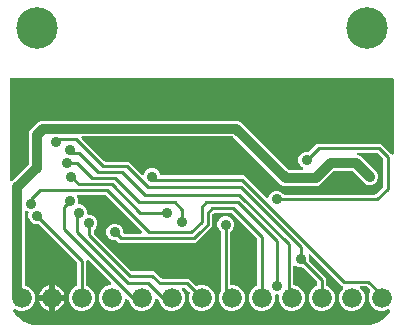
<source format=gbr>
G04 EAGLE Gerber RS-274X export*
G75*
%MOMM*%
%FSLAX34Y34*%
%LPD*%
%INBottom Copper*%
%IPPOS*%
%AMOC8*
5,1,8,0,0,1.08239X$1,22.5*%
G01*
%ADD10C,3.516000*%
%ADD11C,1.676400*%
%ADD12C,0.906400*%
%ADD13C,0.254000*%
%ADD14C,0.812800*%

G36*
X3868Y124177D02*
X3868Y124177D01*
X4007Y124182D01*
X4027Y124187D01*
X4047Y124189D01*
X4179Y124231D01*
X4313Y124270D01*
X4330Y124280D01*
X4349Y124287D01*
X4467Y124361D01*
X4587Y124432D01*
X4608Y124450D01*
X4618Y124457D01*
X4632Y124472D01*
X4707Y124538D01*
X18424Y138254D01*
X18484Y138332D01*
X18552Y138404D01*
X18581Y138457D01*
X18618Y138505D01*
X18658Y138596D01*
X18706Y138683D01*
X18721Y138741D01*
X18745Y138797D01*
X18760Y138895D01*
X18785Y138991D01*
X18791Y139091D01*
X18795Y139111D01*
X18793Y139124D01*
X18795Y139152D01*
X18795Y165144D01*
X19801Y167571D01*
X26739Y174509D01*
X29166Y175515D01*
X195624Y175515D01*
X198051Y174509D01*
X238584Y133976D01*
X238662Y133916D01*
X238734Y133848D01*
X238787Y133819D01*
X238835Y133782D01*
X238926Y133742D01*
X239013Y133694D01*
X239071Y133679D01*
X239127Y133655D01*
X239225Y133640D01*
X239321Y133615D01*
X239421Y133609D01*
X239441Y133605D01*
X239454Y133607D01*
X239482Y133605D01*
X249985Y133605D01*
X250054Y133613D01*
X250124Y133612D01*
X250211Y133633D01*
X250300Y133645D01*
X250365Y133670D01*
X250433Y133687D01*
X250512Y133729D01*
X250596Y133762D01*
X250652Y133803D01*
X250714Y133835D01*
X250780Y133896D01*
X250853Y133948D01*
X250898Y134002D01*
X250949Y134049D01*
X250999Y134124D01*
X251056Y134193D01*
X251086Y134257D01*
X251124Y134315D01*
X251153Y134400D01*
X251191Y134481D01*
X251205Y134550D01*
X251227Y134616D01*
X251234Y134705D01*
X251251Y134793D01*
X251247Y134863D01*
X251252Y134933D01*
X251237Y135021D01*
X251231Y135111D01*
X251210Y135177D01*
X251198Y135246D01*
X251161Y135328D01*
X251133Y135413D01*
X251096Y135472D01*
X251067Y135536D01*
X251011Y135606D01*
X250963Y135682D01*
X250912Y135730D01*
X250869Y135784D01*
X250797Y135838D01*
X250732Y135900D01*
X250670Y135934D01*
X250615Y135976D01*
X250470Y136047D01*
X249994Y136244D01*
X248004Y138234D01*
X246927Y140833D01*
X246927Y143647D01*
X248004Y146246D01*
X249994Y148236D01*
X252593Y149313D01*
X255158Y149313D01*
X255256Y149325D01*
X255355Y149328D01*
X255413Y149345D01*
X255473Y149353D01*
X255565Y149389D01*
X255661Y149417D01*
X255713Y149447D01*
X255769Y149470D01*
X255849Y149528D01*
X255934Y149578D01*
X256010Y149644D01*
X256026Y149656D01*
X256034Y149666D01*
X256055Y149684D01*
X262582Y156211D01*
X316538Y156211D01*
X325493Y147257D01*
X325602Y147171D01*
X325709Y147083D01*
X325728Y147074D01*
X325744Y147062D01*
X325872Y147006D01*
X325997Y146947D01*
X326017Y146943D01*
X326036Y146935D01*
X326174Y146913D01*
X326310Y146887D01*
X326330Y146889D01*
X326350Y146886D01*
X326489Y146899D01*
X326627Y146907D01*
X326646Y146913D01*
X326666Y146915D01*
X326798Y146963D01*
X326929Y147005D01*
X326947Y147016D01*
X326966Y147023D01*
X327081Y147101D01*
X327198Y147175D01*
X327212Y147190D01*
X327229Y147202D01*
X327321Y147306D01*
X327416Y147407D01*
X327426Y147425D01*
X327439Y147440D01*
X327503Y147564D01*
X327570Y147686D01*
X327575Y147705D01*
X327584Y147723D01*
X327614Y147859D01*
X327649Y147993D01*
X327651Y148022D01*
X327654Y148033D01*
X327653Y148054D01*
X327659Y148154D01*
X327659Y210820D01*
X327644Y210938D01*
X327637Y211057D01*
X327624Y211095D01*
X327619Y211136D01*
X327576Y211246D01*
X327539Y211359D01*
X327517Y211394D01*
X327502Y211431D01*
X327433Y211527D01*
X327369Y211628D01*
X327339Y211656D01*
X327316Y211689D01*
X327224Y211765D01*
X327137Y211846D01*
X327102Y211866D01*
X327071Y211891D01*
X326963Y211942D01*
X326859Y212000D01*
X326819Y212010D01*
X326783Y212027D01*
X326666Y212049D01*
X326551Y212079D01*
X326491Y212083D01*
X326471Y212087D01*
X326450Y212085D01*
X326390Y212089D01*
X3810Y212089D01*
X3692Y212074D01*
X3573Y212067D01*
X3535Y212054D01*
X3494Y212049D01*
X3384Y212006D01*
X3271Y211969D01*
X3236Y211947D01*
X3199Y211932D01*
X3103Y211863D01*
X3002Y211799D01*
X2974Y211769D01*
X2941Y211746D01*
X2865Y211654D01*
X2784Y211567D01*
X2764Y211532D01*
X2739Y211501D01*
X2688Y211393D01*
X2630Y211289D01*
X2620Y211249D01*
X2603Y211213D01*
X2581Y211096D01*
X2551Y210981D01*
X2547Y210921D01*
X2543Y210901D01*
X2545Y210880D01*
X2541Y210820D01*
X2541Y125435D01*
X2558Y125298D01*
X2571Y125159D01*
X2578Y125140D01*
X2581Y125120D01*
X2632Y124991D01*
X2679Y124860D01*
X2690Y124843D01*
X2698Y124824D01*
X2779Y124712D01*
X2857Y124597D01*
X2873Y124583D01*
X2884Y124567D01*
X2992Y124478D01*
X3096Y124386D01*
X3114Y124377D01*
X3129Y124364D01*
X3255Y124305D01*
X3379Y124242D01*
X3399Y124237D01*
X3417Y124229D01*
X3553Y124202D01*
X3689Y124172D01*
X3710Y124173D01*
X3729Y124169D01*
X3868Y124177D01*
G37*
G36*
X304822Y2543D02*
X304822Y2543D01*
X304900Y2545D01*
X308277Y2810D01*
X308345Y2824D01*
X308414Y2829D01*
X308570Y2869D01*
X314994Y4956D01*
X315101Y5006D01*
X315212Y5050D01*
X315263Y5083D01*
X315282Y5091D01*
X315297Y5104D01*
X315348Y5136D01*
X320812Y9107D01*
X320899Y9188D01*
X320946Y9227D01*
X320952Y9231D01*
X320953Y9232D01*
X320991Y9264D01*
X321029Y9310D01*
X321044Y9324D01*
X321055Y9342D01*
X321093Y9388D01*
X324349Y13869D01*
X324412Y13982D01*
X324479Y14093D01*
X324488Y14121D01*
X324503Y14148D01*
X324535Y14273D01*
X324573Y14397D01*
X324574Y14427D01*
X324582Y14456D01*
X324582Y14585D01*
X324588Y14714D01*
X324582Y14744D01*
X324582Y14774D01*
X324550Y14899D01*
X324524Y15026D01*
X324510Y15053D01*
X324503Y15082D01*
X324441Y15195D01*
X324384Y15311D01*
X324364Y15334D01*
X324350Y15361D01*
X324261Y15455D01*
X324178Y15553D01*
X324153Y15571D01*
X324132Y15593D01*
X324023Y15662D01*
X323918Y15736D01*
X323889Y15747D01*
X323864Y15763D01*
X323741Y15803D01*
X323620Y15849D01*
X323590Y15853D01*
X323562Y15862D01*
X323433Y15870D01*
X323304Y15884D01*
X323274Y15880D01*
X323244Y15882D01*
X323117Y15858D01*
X322989Y15840D01*
X322948Y15826D01*
X322932Y15823D01*
X322912Y15814D01*
X322837Y15788D01*
X319673Y14477D01*
X315327Y14477D01*
X311313Y16140D01*
X308240Y19213D01*
X306577Y23227D01*
X306577Y27573D01*
X307981Y30962D01*
X307989Y30990D01*
X308002Y31016D01*
X308031Y31143D01*
X308065Y31268D01*
X308065Y31298D01*
X308072Y31327D01*
X308068Y31457D01*
X308070Y31586D01*
X308063Y31615D01*
X308062Y31645D01*
X308026Y31769D01*
X307996Y31896D01*
X307982Y31922D01*
X307974Y31950D01*
X307908Y32062D01*
X307847Y32177D01*
X307827Y32199D01*
X307812Y32224D01*
X307706Y32345D01*
X304863Y35188D01*
X304785Y35248D01*
X304713Y35316D01*
X304660Y35345D01*
X304612Y35382D01*
X304521Y35422D01*
X304434Y35470D01*
X304376Y35485D01*
X304320Y35509D01*
X304222Y35524D01*
X304126Y35549D01*
X304026Y35555D01*
X304006Y35559D01*
X303994Y35557D01*
X303966Y35559D01*
X300452Y35559D01*
X300315Y35542D01*
X300176Y35529D01*
X300157Y35522D01*
X300136Y35519D01*
X300008Y35468D01*
X299876Y35421D01*
X299860Y35410D01*
X299841Y35402D01*
X299728Y35321D01*
X299613Y35243D01*
X299600Y35227D01*
X299583Y35216D01*
X299495Y35108D01*
X299403Y35004D01*
X299394Y34986D01*
X299381Y34971D01*
X299321Y34845D01*
X299258Y34721D01*
X299254Y34701D01*
X299245Y34683D01*
X299219Y34546D01*
X299189Y34411D01*
X299189Y34390D01*
X299185Y34371D01*
X299194Y34232D01*
X299198Y34093D01*
X299204Y34073D01*
X299205Y34053D01*
X299248Y33921D01*
X299287Y33787D01*
X299297Y33770D01*
X299303Y33751D01*
X299378Y33633D01*
X299448Y33513D01*
X299467Y33492D01*
X299473Y33482D01*
X299488Y33468D01*
X299490Y33465D01*
X299491Y33464D01*
X299494Y33462D01*
X299555Y33393D01*
X301360Y31587D01*
X303023Y27573D01*
X303023Y23227D01*
X301360Y19213D01*
X298287Y16140D01*
X294273Y14477D01*
X289927Y14477D01*
X285913Y16140D01*
X282840Y19213D01*
X281177Y23227D01*
X281177Y27573D01*
X282840Y31587D01*
X284645Y33393D01*
X284731Y33502D01*
X284819Y33609D01*
X284828Y33628D01*
X284840Y33644D01*
X284896Y33772D01*
X284955Y33897D01*
X284959Y33917D01*
X284967Y33936D01*
X284989Y34074D01*
X285015Y34210D01*
X285013Y34230D01*
X285017Y34250D01*
X285004Y34389D01*
X284995Y34527D01*
X284989Y34546D01*
X284987Y34566D01*
X284940Y34698D01*
X284897Y34829D01*
X284886Y34847D01*
X284879Y34866D01*
X284801Y34981D01*
X284727Y35098D01*
X284712Y35112D01*
X284701Y35129D01*
X284596Y35221D01*
X284495Y35316D01*
X284477Y35326D01*
X284462Y35339D01*
X284338Y35403D01*
X284316Y35415D01*
X257739Y61992D01*
X257684Y62035D01*
X257635Y62085D01*
X257559Y62132D01*
X257488Y62187D01*
X257424Y62214D01*
X257364Y62251D01*
X257279Y62277D01*
X257196Y62313D01*
X257127Y62324D01*
X257060Y62345D01*
X256971Y62349D01*
X256882Y62363D01*
X256812Y62356D01*
X256743Y62360D01*
X256655Y62342D01*
X256565Y62333D01*
X256499Y62309D01*
X256431Y62295D01*
X256351Y62256D01*
X256266Y62225D01*
X256208Y62186D01*
X256146Y62156D01*
X256077Y62097D01*
X256003Y62047D01*
X255957Y61995D01*
X255904Y61949D01*
X255852Y61876D01*
X255792Y61808D01*
X255761Y61746D01*
X255720Y61689D01*
X255689Y61605D01*
X255648Y61525D01*
X255632Y61457D01*
X255608Y61392D01*
X255598Y61303D01*
X255578Y61215D01*
X255580Y61145D01*
X255572Y61076D01*
X255585Y60987D01*
X255588Y60897D01*
X255607Y60830D01*
X255617Y60761D01*
X255669Y60609D01*
X255993Y59827D01*
X255993Y57262D01*
X256005Y57164D01*
X256008Y57065D01*
X256025Y57007D01*
X256033Y56947D01*
X256069Y56855D01*
X256097Y56759D01*
X256127Y56707D01*
X256150Y56651D01*
X256208Y56571D01*
X256258Y56486D01*
X256324Y56410D01*
X256336Y56394D01*
X256346Y56386D01*
X256364Y56365D01*
X270511Y42218D01*
X270511Y36492D01*
X270514Y36463D01*
X270512Y36434D01*
X270534Y36305D01*
X270551Y36177D01*
X270561Y36149D01*
X270566Y36120D01*
X270620Y36002D01*
X270668Y35881D01*
X270685Y35857D01*
X270697Y35830D01*
X270778Y35729D01*
X270854Y35624D01*
X270877Y35605D01*
X270896Y35582D01*
X270999Y35504D01*
X271099Y35421D01*
X271126Y35408D01*
X271150Y35391D01*
X271294Y35320D01*
X272887Y34660D01*
X275960Y31587D01*
X277623Y27573D01*
X277623Y23227D01*
X275960Y19213D01*
X272887Y16140D01*
X268873Y14477D01*
X264527Y14477D01*
X260513Y16140D01*
X257440Y19213D01*
X255777Y23227D01*
X255777Y27573D01*
X257440Y31587D01*
X260513Y34660D01*
X262106Y35320D01*
X262131Y35334D01*
X262159Y35343D01*
X262269Y35413D01*
X262382Y35477D01*
X262403Y35498D01*
X262428Y35514D01*
X262517Y35608D01*
X262610Y35698D01*
X262626Y35724D01*
X262646Y35745D01*
X262709Y35859D01*
X262777Y35970D01*
X262785Y35998D01*
X262800Y36024D01*
X262832Y36149D01*
X262870Y36274D01*
X262872Y36303D01*
X262879Y36332D01*
X262889Y36492D01*
X262889Y38536D01*
X262877Y38634D01*
X262874Y38733D01*
X262857Y38791D01*
X262849Y38851D01*
X262813Y38943D01*
X262785Y39039D01*
X262755Y39091D01*
X262732Y39147D01*
X262674Y39227D01*
X262624Y39312D01*
X262558Y39388D01*
X262546Y39404D01*
X262536Y39412D01*
X262518Y39433D01*
X250975Y50976D01*
X250897Y51036D01*
X250825Y51104D01*
X250772Y51133D01*
X250724Y51170D01*
X250633Y51210D01*
X250546Y51258D01*
X250488Y51273D01*
X250432Y51297D01*
X250334Y51312D01*
X250238Y51337D01*
X250138Y51343D01*
X250118Y51347D01*
X250106Y51345D01*
X250078Y51347D01*
X247513Y51347D01*
X244914Y52424D01*
X244738Y52600D01*
X244628Y52685D01*
X244521Y52774D01*
X244502Y52783D01*
X244486Y52795D01*
X244359Y52850D01*
X244233Y52910D01*
X244213Y52913D01*
X244194Y52921D01*
X244057Y52943D01*
X243920Y52969D01*
X243900Y52968D01*
X243880Y52971D01*
X243742Y52958D01*
X243603Y52950D01*
X243584Y52943D01*
X243564Y52942D01*
X243432Y52894D01*
X243301Y52852D01*
X243284Y52841D01*
X243264Y52834D01*
X243149Y52756D01*
X243032Y52681D01*
X243018Y52667D01*
X243001Y52655D01*
X242909Y52551D01*
X242814Y52450D01*
X242804Y52432D01*
X242791Y52417D01*
X242727Y52293D01*
X242660Y52171D01*
X242655Y52152D01*
X242646Y52134D01*
X242616Y51998D01*
X242581Y51863D01*
X242579Y51835D01*
X242576Y51823D01*
X242577Y51803D01*
X242571Y51703D01*
X242571Y37544D01*
X242574Y37515D01*
X242572Y37486D01*
X242594Y37357D01*
X242611Y37229D01*
X242621Y37201D01*
X242626Y37172D01*
X242680Y37054D01*
X242728Y36933D01*
X242745Y36909D01*
X242757Y36882D01*
X242838Y36781D01*
X242914Y36676D01*
X242937Y36657D01*
X242956Y36634D01*
X243059Y36556D01*
X243159Y36473D01*
X243186Y36460D01*
X243210Y36443D01*
X243354Y36372D01*
X247487Y34660D01*
X250560Y31587D01*
X252223Y27573D01*
X252223Y23227D01*
X250560Y19213D01*
X247487Y16140D01*
X243473Y14477D01*
X239127Y14477D01*
X235113Y16140D01*
X232040Y19213D01*
X230377Y23227D01*
X230377Y27218D01*
X230362Y27336D01*
X230355Y27455D01*
X230342Y27493D01*
X230337Y27534D01*
X230294Y27644D01*
X230257Y27757D01*
X230235Y27792D01*
X230220Y27829D01*
X230151Y27925D01*
X230087Y28026D01*
X230057Y28054D01*
X230034Y28087D01*
X229942Y28163D01*
X229855Y28244D01*
X229820Y28264D01*
X229789Y28289D01*
X229681Y28340D01*
X229577Y28398D01*
X229537Y28408D01*
X229501Y28425D01*
X229384Y28447D01*
X229269Y28477D01*
X229209Y28481D01*
X229189Y28485D01*
X229168Y28483D01*
X229108Y28487D01*
X228092Y28487D01*
X227974Y28472D01*
X227855Y28465D01*
X227817Y28452D01*
X227776Y28447D01*
X227666Y28404D01*
X227553Y28367D01*
X227518Y28345D01*
X227481Y28330D01*
X227385Y28261D01*
X227284Y28197D01*
X227256Y28167D01*
X227223Y28144D01*
X227147Y28052D01*
X227066Y27965D01*
X227046Y27930D01*
X227021Y27899D01*
X226970Y27791D01*
X226912Y27687D01*
X226902Y27647D01*
X226885Y27611D01*
X226863Y27494D01*
X226833Y27379D01*
X226829Y27319D01*
X226825Y27299D01*
X226827Y27278D01*
X226823Y27218D01*
X226823Y23227D01*
X225160Y19213D01*
X222087Y16140D01*
X218073Y14477D01*
X213727Y14477D01*
X209713Y16140D01*
X206640Y19213D01*
X204977Y23227D01*
X204977Y27573D01*
X206640Y31587D01*
X209713Y34660D01*
X211306Y35320D01*
X211331Y35334D01*
X211359Y35343D01*
X211469Y35413D01*
X211582Y35477D01*
X211603Y35498D01*
X211628Y35514D01*
X211717Y35608D01*
X211810Y35698D01*
X211826Y35724D01*
X211846Y35745D01*
X211909Y35859D01*
X211977Y35970D01*
X211985Y35998D01*
X212000Y36024D01*
X212032Y36149D01*
X212070Y36274D01*
X212072Y36303D01*
X212079Y36332D01*
X212089Y36492D01*
X212089Y75366D01*
X212077Y75464D01*
X212074Y75563D01*
X212057Y75621D01*
X212049Y75681D01*
X212013Y75773D01*
X211985Y75869D01*
X211955Y75921D01*
X211932Y75977D01*
X211874Y76057D01*
X211824Y76142D01*
X211758Y76218D01*
X211746Y76234D01*
X211736Y76242D01*
X211718Y76263D01*
X190563Y97418D01*
X190485Y97478D01*
X190413Y97546D01*
X190360Y97575D01*
X190312Y97612D01*
X190221Y97652D01*
X190134Y97700D01*
X190076Y97715D01*
X190020Y97739D01*
X189922Y97754D01*
X189826Y97779D01*
X189726Y97785D01*
X189706Y97789D01*
X189694Y97787D01*
X189666Y97789D01*
X176094Y97789D01*
X175996Y97777D01*
X175897Y97774D01*
X175839Y97757D01*
X175779Y97749D01*
X175687Y97713D01*
X175591Y97685D01*
X175539Y97655D01*
X175483Y97632D01*
X175403Y97574D01*
X175318Y97524D01*
X175242Y97458D01*
X175226Y97446D01*
X175218Y97436D01*
X175197Y97418D01*
X174362Y96583D01*
X174302Y96505D01*
X174234Y96433D01*
X174205Y96380D01*
X174168Y96332D01*
X174128Y96241D01*
X174080Y96154D01*
X174065Y96096D01*
X174041Y96040D01*
X174026Y95942D01*
X174001Y95846D01*
X173995Y95746D01*
X173991Y95726D01*
X173993Y95714D01*
X173991Y95686D01*
X173991Y86052D01*
X160328Y72389D01*
X94942Y72389D01*
X93495Y73836D01*
X93417Y73896D01*
X93345Y73964D01*
X93292Y73993D01*
X93244Y74030D01*
X93153Y74070D01*
X93066Y74118D01*
X93008Y74133D01*
X92952Y74157D01*
X92854Y74172D01*
X92758Y74197D01*
X92658Y74203D01*
X92638Y74207D01*
X92626Y74205D01*
X92598Y74207D01*
X90033Y74207D01*
X87434Y75284D01*
X85444Y77274D01*
X84367Y79873D01*
X84367Y82687D01*
X85444Y85286D01*
X87434Y87276D01*
X90033Y88353D01*
X92847Y88353D01*
X95446Y87276D01*
X97436Y85286D01*
X98513Y82687D01*
X98513Y81280D01*
X98528Y81162D01*
X98535Y81043D01*
X98548Y81005D01*
X98553Y80964D01*
X98596Y80854D01*
X98633Y80741D01*
X98655Y80706D01*
X98670Y80669D01*
X98739Y80573D01*
X98803Y80472D01*
X98833Y80444D01*
X98856Y80411D01*
X98948Y80335D01*
X99035Y80254D01*
X99070Y80234D01*
X99101Y80209D01*
X99209Y80158D01*
X99313Y80100D01*
X99353Y80090D01*
X99389Y80073D01*
X99506Y80051D01*
X99621Y80021D01*
X99681Y80017D01*
X99701Y80013D01*
X99722Y80015D01*
X99782Y80011D01*
X113466Y80011D01*
X113603Y80028D01*
X113742Y80041D01*
X113761Y80048D01*
X113781Y80051D01*
X113910Y80102D01*
X114041Y80149D01*
X114058Y80160D01*
X114077Y80168D01*
X114189Y80249D01*
X114305Y80327D01*
X114318Y80343D01*
X114334Y80354D01*
X114423Y80462D01*
X114515Y80566D01*
X114524Y80584D01*
X114537Y80599D01*
X114596Y80725D01*
X114660Y80849D01*
X114664Y80869D01*
X114673Y80887D01*
X114699Y81023D01*
X114729Y81159D01*
X114729Y81180D01*
X114733Y81199D01*
X114724Y81338D01*
X114720Y81477D01*
X114714Y81497D01*
X114713Y81517D01*
X114670Y81649D01*
X114631Y81783D01*
X114621Y81800D01*
X114615Y81819D01*
X114540Y81937D01*
X114470Y82057D01*
X114451Y82078D01*
X114445Y82088D01*
X114430Y82102D01*
X114363Y82177D01*
X83883Y112658D01*
X83805Y112718D01*
X83733Y112786D01*
X83680Y112815D01*
X83632Y112852D01*
X83541Y112892D01*
X83454Y112940D01*
X83396Y112955D01*
X83340Y112979D01*
X83242Y112994D01*
X83146Y113019D01*
X83046Y113025D01*
X83026Y113029D01*
X83014Y113027D01*
X82986Y113029D01*
X60791Y113029D01*
X60742Y113023D01*
X60692Y113025D01*
X60585Y113003D01*
X60476Y112989D01*
X60429Y112971D01*
X60381Y112961D01*
X60282Y112913D01*
X60180Y112872D01*
X60140Y112843D01*
X60095Y112821D01*
X60012Y112750D01*
X59923Y112686D01*
X59891Y112647D01*
X59853Y112615D01*
X59790Y112525D01*
X59720Y112441D01*
X59699Y112396D01*
X59670Y112355D01*
X59631Y112252D01*
X59584Y112153D01*
X59575Y112104D01*
X59557Y112058D01*
X59545Y111948D01*
X59524Y111841D01*
X59528Y111791D01*
X59522Y111742D01*
X59537Y111633D01*
X59544Y111523D01*
X59559Y111476D01*
X59566Y111427D01*
X59618Y111274D01*
X60413Y109357D01*
X60413Y106532D01*
X60409Y106525D01*
X60389Y106417D01*
X60360Y106311D01*
X60359Y106261D01*
X60350Y106212D01*
X60356Y106103D01*
X60355Y105993D01*
X60366Y105945D01*
X60369Y105895D01*
X60403Y105791D01*
X60429Y105684D01*
X60452Y105640D01*
X60467Y105593D01*
X60526Y105500D01*
X60577Y105403D01*
X60611Y105366D01*
X60637Y105324D01*
X60717Y105249D01*
X60791Y105167D01*
X60833Y105140D01*
X60869Y105106D01*
X60965Y105053D01*
X61057Y104993D01*
X61104Y104976D01*
X61148Y104952D01*
X61254Y104925D01*
X61358Y104889D01*
X61407Y104885D01*
X61456Y104873D01*
X61616Y104863D01*
X62367Y104863D01*
X64966Y103786D01*
X66956Y101796D01*
X68033Y99197D01*
X68033Y97242D01*
X68048Y97124D01*
X68055Y97005D01*
X68068Y96967D01*
X68073Y96926D01*
X68116Y96816D01*
X68153Y96703D01*
X68175Y96668D01*
X68190Y96631D01*
X68259Y96535D01*
X68323Y96434D01*
X68353Y96406D01*
X68376Y96373D01*
X68468Y96297D01*
X68555Y96216D01*
X68590Y96196D01*
X68621Y96171D01*
X68729Y96120D01*
X68833Y96062D01*
X68873Y96052D01*
X68909Y96035D01*
X69026Y96013D01*
X69141Y95983D01*
X69201Y95979D01*
X69221Y95975D01*
X69242Y95977D01*
X69302Y95973D01*
X71257Y95973D01*
X73856Y94896D01*
X75846Y92906D01*
X76923Y90307D01*
X76923Y87493D01*
X75846Y84894D01*
X74032Y83080D01*
X73972Y83002D01*
X73904Y82930D01*
X73875Y82877D01*
X73838Y82829D01*
X73798Y82738D01*
X73750Y82651D01*
X73735Y82593D01*
X73711Y82537D01*
X73696Y82439D01*
X73671Y82343D01*
X73665Y82243D01*
X73661Y82223D01*
X73663Y82211D01*
X73661Y82183D01*
X73661Y80844D01*
X73673Y80746D01*
X73676Y80647D01*
X73693Y80589D01*
X73701Y80529D01*
X73737Y80437D01*
X73765Y80341D01*
X73795Y80289D01*
X73818Y80233D01*
X73876Y80153D01*
X73926Y80068D01*
X73992Y79992D01*
X74004Y79976D01*
X74014Y79968D01*
X74032Y79947D01*
X105347Y48632D01*
X105425Y48572D01*
X105497Y48504D01*
X105550Y48475D01*
X105598Y48438D01*
X105689Y48398D01*
X105776Y48350D01*
X105834Y48335D01*
X105890Y48311D01*
X105988Y48296D01*
X106084Y48271D01*
X106184Y48265D01*
X106204Y48261D01*
X106216Y48263D01*
X106244Y48261D01*
X124768Y48261D01*
X130747Y42282D01*
X130825Y42222D01*
X130897Y42154D01*
X130950Y42125D01*
X130998Y42088D01*
X131089Y42048D01*
X131176Y42000D01*
X131234Y41985D01*
X131290Y41961D01*
X131388Y41946D01*
X131484Y41921D01*
X131584Y41915D01*
X131604Y41911D01*
X131616Y41913D01*
X131644Y41911D01*
X153978Y41911D01*
X159951Y35938D01*
X159975Y35920D01*
X159994Y35897D01*
X160100Y35823D01*
X160202Y35743D01*
X160230Y35731D01*
X160254Y35714D01*
X160375Y35668D01*
X160494Y35617D01*
X160523Y35612D01*
X160551Y35602D01*
X160680Y35587D01*
X160808Y35567D01*
X160838Y35570D01*
X160867Y35566D01*
X160996Y35585D01*
X161125Y35597D01*
X161153Y35607D01*
X161182Y35611D01*
X161334Y35663D01*
X162927Y36323D01*
X167273Y36323D01*
X171287Y34660D01*
X174360Y31587D01*
X176023Y27573D01*
X176023Y23227D01*
X174360Y19213D01*
X171287Y16140D01*
X167273Y14477D01*
X162927Y14477D01*
X158913Y16140D01*
X155840Y19213D01*
X154177Y23227D01*
X154177Y27573D01*
X154837Y29166D01*
X154845Y29194D01*
X154858Y29220D01*
X154887Y29347D01*
X154921Y29472D01*
X154922Y29502D01*
X154928Y29531D01*
X154924Y29660D01*
X154926Y29790D01*
X154919Y29819D01*
X154918Y29849D01*
X154882Y29973D01*
X154852Y30100D01*
X154838Y30126D01*
X154830Y30154D01*
X154764Y30266D01*
X154703Y30381D01*
X154683Y30403D01*
X154668Y30428D01*
X154562Y30549D01*
X151193Y33918D01*
X151115Y33978D01*
X151043Y34046D01*
X150990Y34075D01*
X150942Y34112D01*
X150851Y34152D01*
X150764Y34200D01*
X150706Y34215D01*
X150650Y34239D01*
X150552Y34254D01*
X150456Y34279D01*
X150356Y34285D01*
X150336Y34289D01*
X150324Y34287D01*
X150296Y34289D01*
X149322Y34289D01*
X149184Y34272D01*
X149046Y34259D01*
X149027Y34252D01*
X149006Y34249D01*
X148877Y34198D01*
X148746Y34151D01*
X148730Y34140D01*
X148711Y34132D01*
X148598Y34051D01*
X148483Y33973D01*
X148470Y33957D01*
X148453Y33946D01*
X148365Y33838D01*
X148273Y33734D01*
X148264Y33716D01*
X148251Y33701D01*
X148191Y33575D01*
X148128Y33451D01*
X148124Y33431D01*
X148115Y33413D01*
X148089Y33276D01*
X148059Y33141D01*
X148059Y33120D01*
X148055Y33101D01*
X148064Y32962D01*
X148068Y32823D01*
X148074Y32803D01*
X148075Y32783D01*
X148118Y32651D01*
X148157Y32517D01*
X148167Y32500D01*
X148173Y32481D01*
X148247Y32363D01*
X148318Y32243D01*
X148337Y32222D01*
X148343Y32212D01*
X148358Y32198D01*
X148359Y32197D01*
X148361Y32195D01*
X148363Y32192D01*
X148425Y32123D01*
X148960Y31587D01*
X150623Y27573D01*
X150623Y23227D01*
X148960Y19213D01*
X145887Y16140D01*
X141873Y14477D01*
X137527Y14477D01*
X133513Y16140D01*
X130440Y19213D01*
X128813Y23141D01*
X128808Y23149D01*
X128806Y23158D01*
X128730Y23287D01*
X128655Y23417D01*
X128649Y23424D01*
X128644Y23432D01*
X128538Y23553D01*
X127898Y24193D01*
X127390Y24701D01*
X127280Y24787D01*
X127173Y24875D01*
X127154Y24884D01*
X127138Y24896D01*
X127010Y24952D01*
X126885Y25011D01*
X126865Y25015D01*
X126846Y25023D01*
X126708Y25045D01*
X126572Y25071D01*
X126552Y25069D01*
X126532Y25072D01*
X126393Y25059D01*
X126255Y25051D01*
X126236Y25045D01*
X126216Y25043D01*
X126085Y24996D01*
X125953Y24953D01*
X125935Y24942D01*
X125916Y24935D01*
X125802Y24857D01*
X125684Y24783D01*
X125670Y24768D01*
X125653Y24756D01*
X125561Y24652D01*
X125466Y24551D01*
X125456Y24533D01*
X125443Y24518D01*
X125380Y24394D01*
X125312Y24272D01*
X125307Y24253D01*
X125298Y24235D01*
X125268Y24099D01*
X125233Y23965D01*
X125231Y23937D01*
X125228Y23925D01*
X125229Y23904D01*
X125223Y23804D01*
X125223Y23227D01*
X123560Y19213D01*
X120487Y16140D01*
X116473Y14477D01*
X112127Y14477D01*
X108113Y16140D01*
X105040Y19213D01*
X103413Y23141D01*
X103408Y23149D01*
X103406Y23158D01*
X103330Y23287D01*
X103255Y23417D01*
X103249Y23424D01*
X103244Y23432D01*
X103138Y23553D01*
X101989Y24701D01*
X101880Y24786D01*
X101773Y24875D01*
X101754Y24884D01*
X101738Y24896D01*
X101611Y24952D01*
X101485Y25011D01*
X101465Y25015D01*
X101446Y25023D01*
X101308Y25045D01*
X101172Y25071D01*
X101152Y25069D01*
X101132Y25072D01*
X100993Y25059D01*
X100855Y25051D01*
X100836Y25045D01*
X100816Y25043D01*
X100684Y24995D01*
X100553Y24953D01*
X100535Y24942D01*
X100516Y24935D01*
X100401Y24857D01*
X100284Y24783D01*
X100270Y24768D01*
X100253Y24756D01*
X100161Y24652D01*
X100066Y24551D01*
X100056Y24533D01*
X100043Y24518D01*
X99980Y24394D01*
X99912Y24272D01*
X99907Y24253D01*
X99898Y24235D01*
X99868Y24099D01*
X99833Y23965D01*
X99831Y23936D01*
X99828Y23925D01*
X99829Y23904D01*
X99823Y23804D01*
X99823Y23227D01*
X98160Y19213D01*
X95087Y16140D01*
X91073Y14477D01*
X86727Y14477D01*
X82713Y16140D01*
X79640Y19213D01*
X77977Y23227D01*
X77977Y27573D01*
X79640Y31587D01*
X82713Y34660D01*
X86727Y36323D01*
X87304Y36323D01*
X87441Y36340D01*
X87580Y36353D01*
X87599Y36360D01*
X87619Y36363D01*
X87748Y36414D01*
X87879Y36461D01*
X87896Y36472D01*
X87915Y36480D01*
X88027Y36561D01*
X88143Y36639D01*
X88156Y36655D01*
X88172Y36666D01*
X88261Y36774D01*
X88353Y36878D01*
X88362Y36896D01*
X88375Y36911D01*
X88434Y37037D01*
X88498Y37161D01*
X88502Y37181D01*
X88511Y37199D01*
X88537Y37335D01*
X88567Y37471D01*
X88567Y37492D01*
X88571Y37511D01*
X88562Y37650D01*
X88558Y37789D01*
X88552Y37809D01*
X88551Y37829D01*
X88508Y37961D01*
X88469Y38095D01*
X88459Y38112D01*
X88453Y38131D01*
X88378Y38249D01*
X88308Y38369D01*
X88289Y38390D01*
X88283Y38400D01*
X88268Y38414D01*
X88201Y38489D01*
X69477Y57213D01*
X69368Y57299D01*
X69261Y57387D01*
X69242Y57396D01*
X69226Y57408D01*
X69098Y57464D01*
X68973Y57523D01*
X68953Y57527D01*
X68934Y57535D01*
X68796Y57557D01*
X68660Y57583D01*
X68640Y57581D01*
X68620Y57584D01*
X68481Y57571D01*
X68343Y57563D01*
X68324Y57557D01*
X68304Y57555D01*
X68172Y57507D01*
X68041Y57465D01*
X68023Y57454D01*
X68004Y57447D01*
X67889Y57369D01*
X67772Y57295D01*
X67758Y57280D01*
X67741Y57268D01*
X67649Y57164D01*
X67554Y57063D01*
X67544Y57045D01*
X67531Y57030D01*
X67467Y56906D01*
X67400Y56784D01*
X67395Y56765D01*
X67386Y56747D01*
X67356Y56611D01*
X67321Y56477D01*
X67319Y56448D01*
X67316Y56437D01*
X67317Y56416D01*
X67311Y56316D01*
X67311Y36492D01*
X67314Y36463D01*
X67312Y36434D01*
X67334Y36305D01*
X67351Y36177D01*
X67361Y36149D01*
X67366Y36120D01*
X67420Y36002D01*
X67468Y35881D01*
X67485Y35857D01*
X67497Y35830D01*
X67578Y35729D01*
X67654Y35624D01*
X67677Y35605D01*
X67696Y35582D01*
X67799Y35504D01*
X67899Y35421D01*
X67926Y35408D01*
X67950Y35391D01*
X68094Y35320D01*
X69687Y34660D01*
X72760Y31587D01*
X74423Y27573D01*
X74423Y23227D01*
X72760Y19213D01*
X69687Y16140D01*
X65673Y14477D01*
X61327Y14477D01*
X57313Y16140D01*
X54240Y19213D01*
X52577Y23227D01*
X52577Y27573D01*
X54240Y31587D01*
X57313Y34660D01*
X58906Y35320D01*
X58931Y35334D01*
X58959Y35343D01*
X59069Y35413D01*
X59182Y35477D01*
X59203Y35498D01*
X59228Y35514D01*
X59317Y35608D01*
X59410Y35698D01*
X59426Y35724D01*
X59446Y35745D01*
X59509Y35859D01*
X59577Y35970D01*
X59585Y35998D01*
X59600Y36024D01*
X59632Y36149D01*
X59670Y36274D01*
X59672Y36303D01*
X59679Y36332D01*
X59689Y36492D01*
X59689Y55046D01*
X59677Y55144D01*
X59674Y55243D01*
X59657Y55301D01*
X59649Y55361D01*
X59613Y55453D01*
X59585Y55549D01*
X59555Y55601D01*
X59532Y55657D01*
X59474Y55737D01*
X59424Y55822D01*
X59358Y55898D01*
X59346Y55914D01*
X59336Y55922D01*
X59318Y55943D01*
X27455Y87806D01*
X27377Y87866D01*
X27305Y87934D01*
X27252Y87963D01*
X27204Y88000D01*
X27113Y88040D01*
X27026Y88088D01*
X26968Y88103D01*
X26912Y88127D01*
X26814Y88142D01*
X26718Y88167D01*
X26618Y88173D01*
X26598Y88177D01*
X26586Y88175D01*
X26558Y88177D01*
X23993Y88177D01*
X21394Y89254D01*
X19404Y91244D01*
X18327Y93843D01*
X18327Y96657D01*
X18521Y97126D01*
X18553Y97240D01*
X18592Y97353D01*
X18595Y97393D01*
X18605Y97432D01*
X18607Y97551D01*
X18617Y97670D01*
X18610Y97710D01*
X18610Y97750D01*
X18583Y97866D01*
X18562Y97983D01*
X18546Y98020D01*
X18536Y98060D01*
X18481Y98165D01*
X18432Y98273D01*
X18407Y98305D01*
X18388Y98341D01*
X18307Y98429D01*
X18233Y98522D01*
X18201Y98546D01*
X18174Y98576D01*
X18074Y98642D01*
X17979Y98713D01*
X17925Y98740D01*
X17908Y98751D01*
X17889Y98758D01*
X17835Y98784D01*
X17250Y99026D01*
X17202Y99039D01*
X17157Y99061D01*
X17049Y99081D01*
X16943Y99110D01*
X16893Y99111D01*
X16844Y99120D01*
X16735Y99114D01*
X16625Y99115D01*
X16577Y99104D01*
X16527Y99101D01*
X16423Y99067D01*
X16316Y99041D01*
X16272Y99018D01*
X16225Y99003D01*
X16132Y98944D01*
X16035Y98892D01*
X15998Y98859D01*
X15956Y98832D01*
X15881Y98752D01*
X15799Y98678D01*
X15772Y98637D01*
X15738Y98601D01*
X15685Y98505D01*
X15625Y98413D01*
X15608Y98366D01*
X15584Y98322D01*
X15557Y98216D01*
X15521Y98112D01*
X15517Y98062D01*
X15505Y98014D01*
X15495Y97854D01*
X15495Y36913D01*
X15498Y36884D01*
X15496Y36854D01*
X15518Y36726D01*
X15535Y36598D01*
X15545Y36570D01*
X15550Y36541D01*
X15604Y36423D01*
X15652Y36302D01*
X15669Y36278D01*
X15681Y36251D01*
X15762Y36150D01*
X15838Y36045D01*
X15861Y36026D01*
X15880Y36003D01*
X15983Y35925D01*
X16083Y35842D01*
X16110Y35829D01*
X16134Y35811D01*
X16278Y35741D01*
X18887Y34660D01*
X21960Y31587D01*
X23623Y27573D01*
X23623Y23227D01*
X21960Y19213D01*
X18887Y16140D01*
X14873Y14477D01*
X10527Y14477D01*
X7363Y15788D01*
X7239Y15822D01*
X7116Y15862D01*
X7085Y15864D01*
X7056Y15872D01*
X6927Y15874D01*
X6798Y15882D01*
X6769Y15876D01*
X6738Y15877D01*
X6613Y15847D01*
X6486Y15823D01*
X6458Y15810D01*
X6429Y15803D01*
X6315Y15742D01*
X6198Y15687D01*
X6175Y15668D01*
X6148Y15654D01*
X6052Y15567D01*
X5953Y15485D01*
X5935Y15460D01*
X5913Y15440D01*
X5842Y15332D01*
X5766Y15228D01*
X5755Y15200D01*
X5738Y15174D01*
X5696Y15052D01*
X5648Y14932D01*
X5644Y14902D01*
X5635Y14874D01*
X5624Y14745D01*
X5608Y14617D01*
X5612Y14587D01*
X5609Y14557D01*
X5632Y14429D01*
X5648Y14301D01*
X5659Y14273D01*
X5664Y14243D01*
X5717Y14126D01*
X5764Y14005D01*
X5788Y13969D01*
X5794Y13953D01*
X5808Y13936D01*
X5851Y13869D01*
X9107Y9388D01*
X9127Y9366D01*
X9138Y9348D01*
X9184Y9305D01*
X9188Y9301D01*
X9264Y9209D01*
X9310Y9171D01*
X9324Y9156D01*
X9342Y9145D01*
X9388Y9107D01*
X14596Y5322D01*
X14852Y5136D01*
X14956Y5079D01*
X15056Y5015D01*
X15113Y4993D01*
X15131Y4983D01*
X15151Y4978D01*
X15206Y4956D01*
X21630Y2869D01*
X21698Y2856D01*
X21764Y2833D01*
X21923Y2810D01*
X25300Y2545D01*
X25322Y2546D01*
X25400Y2541D01*
X304800Y2541D01*
X304822Y2543D01*
G37*
G36*
X220609Y110440D02*
X220609Y110440D01*
X220659Y110436D01*
X220767Y110455D01*
X220876Y110466D01*
X220923Y110482D01*
X220972Y110491D01*
X221072Y110536D01*
X221175Y110573D01*
X221217Y110601D01*
X221262Y110621D01*
X221348Y110690D01*
X221439Y110752D01*
X221471Y110789D01*
X221510Y110820D01*
X221576Y110908D01*
X221649Y110990D01*
X221672Y111034D01*
X221702Y111074D01*
X221772Y111219D01*
X222604Y113226D01*
X224594Y115216D01*
X227193Y116293D01*
X230007Y116293D01*
X232606Y115216D01*
X234420Y113402D01*
X234498Y113342D01*
X234570Y113274D01*
X234623Y113245D01*
X234671Y113208D01*
X234762Y113168D01*
X234849Y113120D01*
X234907Y113105D01*
X234963Y113081D01*
X235061Y113066D01*
X235157Y113041D01*
X235257Y113035D01*
X235277Y113031D01*
X235289Y113033D01*
X235317Y113031D01*
X311586Y113031D01*
X311684Y113043D01*
X311783Y113046D01*
X311841Y113063D01*
X311901Y113071D01*
X311993Y113107D01*
X312089Y113135D01*
X312141Y113165D01*
X312197Y113188D01*
X312277Y113246D01*
X312362Y113296D01*
X312438Y113362D01*
X312454Y113374D01*
X312462Y113384D01*
X312483Y113402D01*
X318398Y119317D01*
X318458Y119395D01*
X318526Y119467D01*
X318555Y119520D01*
X318592Y119568D01*
X318632Y119659D01*
X318680Y119746D01*
X318695Y119804D01*
X318719Y119860D01*
X318734Y119958D01*
X318759Y120054D01*
X318765Y120154D01*
X318769Y120174D01*
X318767Y120186D01*
X318769Y120214D01*
X318769Y142676D01*
X318757Y142774D01*
X318754Y142873D01*
X318737Y142931D01*
X318729Y142991D01*
X318693Y143083D01*
X318665Y143179D01*
X318635Y143231D01*
X318612Y143287D01*
X318554Y143367D01*
X318504Y143452D01*
X318438Y143528D01*
X318426Y143544D01*
X318416Y143552D01*
X318398Y143573D01*
X313753Y148218D01*
X313675Y148278D01*
X313603Y148346D01*
X313550Y148375D01*
X313502Y148412D01*
X313411Y148452D01*
X313324Y148500D01*
X313266Y148515D01*
X313210Y148539D01*
X313112Y148554D01*
X313016Y148579D01*
X312916Y148585D01*
X312896Y148589D01*
X312884Y148587D01*
X312856Y148589D01*
X298089Y148589D01*
X298020Y148581D01*
X297950Y148582D01*
X297863Y148561D01*
X297774Y148549D01*
X297709Y148524D01*
X297641Y148507D01*
X297562Y148465D01*
X297478Y148432D01*
X297422Y148391D01*
X297360Y148359D01*
X297293Y148298D01*
X297221Y148246D01*
X297176Y148192D01*
X297125Y148145D01*
X297075Y148070D01*
X297018Y148001D01*
X296988Y147937D01*
X296950Y147879D01*
X296921Y147794D01*
X296882Y147713D01*
X296869Y147644D01*
X296847Y147578D01*
X296839Y147489D01*
X296823Y147401D01*
X296827Y147331D01*
X296821Y147261D01*
X296837Y147173D01*
X296842Y147083D01*
X296864Y147017D01*
X296876Y146948D01*
X296913Y146866D01*
X296940Y146781D01*
X296978Y146722D01*
X297006Y146658D01*
X297062Y146588D01*
X297111Y146512D01*
X297161Y146464D01*
X297205Y146410D01*
X297277Y146355D01*
X297342Y146294D01*
X297403Y146260D01*
X297459Y146218D01*
X297604Y146147D01*
X299651Y145299D01*
X310038Y134912D01*
X310045Y134907D01*
X310051Y134900D01*
X310123Y134845D01*
X310186Y134786D01*
X310237Y134758D01*
X310289Y134718D01*
X310298Y134714D01*
X310305Y134708D01*
X310450Y134637D01*
X311346Y134266D01*
X313336Y132276D01*
X314413Y129677D01*
X314413Y126863D01*
X313336Y124264D01*
X311346Y122274D01*
X308747Y121197D01*
X305933Y121197D01*
X303334Y122274D01*
X301344Y124264D01*
X300973Y125160D01*
X300968Y125168D01*
X300965Y125177D01*
X300889Y125306D01*
X300815Y125436D01*
X300809Y125443D01*
X300804Y125451D01*
X300698Y125572D01*
X293546Y132724D01*
X293468Y132784D01*
X293396Y132852D01*
X293343Y132881D01*
X293295Y132918D01*
X293204Y132958D01*
X293117Y133006D01*
X293059Y133021D01*
X293003Y133045D01*
X292905Y133060D01*
X292809Y133085D01*
X292709Y133091D01*
X292689Y133095D01*
X292676Y133093D01*
X292648Y133095D01*
X277582Y133095D01*
X277483Y133083D01*
X277384Y133080D01*
X277326Y133063D01*
X277266Y133055D01*
X277174Y133019D01*
X277079Y132991D01*
X277027Y132961D01*
X276970Y132938D01*
X276890Y132880D01*
X276805Y132830D01*
X276729Y132764D01*
X276713Y132752D01*
X276705Y132742D01*
X276684Y132724D01*
X265361Y121401D01*
X262934Y120395D01*
X234906Y120395D01*
X232479Y121401D01*
X191946Y161934D01*
X191868Y161994D01*
X191796Y162062D01*
X191743Y162091D01*
X191695Y162128D01*
X191604Y162168D01*
X191517Y162216D01*
X191459Y162231D01*
X191403Y162255D01*
X191305Y162270D01*
X191209Y162295D01*
X191109Y162301D01*
X191089Y162305D01*
X191076Y162303D01*
X191048Y162305D01*
X64588Y162305D01*
X64451Y162288D01*
X64312Y162275D01*
X64293Y162268D01*
X64273Y162265D01*
X64144Y162214D01*
X64013Y162167D01*
X63996Y162156D01*
X63977Y162148D01*
X63865Y162067D01*
X63749Y161989D01*
X63736Y161973D01*
X63720Y161962D01*
X63631Y161854D01*
X63539Y161750D01*
X63530Y161732D01*
X63517Y161717D01*
X63458Y161591D01*
X63394Y161467D01*
X63390Y161447D01*
X63381Y161429D01*
X63355Y161293D01*
X63325Y161157D01*
X63325Y161136D01*
X63321Y161117D01*
X63330Y160978D01*
X63334Y160839D01*
X63340Y160819D01*
X63341Y160799D01*
X63384Y160667D01*
X63423Y160533D01*
X63433Y160516D01*
X63439Y160497D01*
X63514Y160379D01*
X63584Y160259D01*
X63603Y160238D01*
X63609Y160228D01*
X63624Y160214D01*
X63691Y160139D01*
X82487Y141342D01*
X82565Y141282D01*
X82637Y141214D01*
X82690Y141185D01*
X82738Y141148D01*
X82829Y141108D01*
X82916Y141060D01*
X82974Y141045D01*
X83030Y141021D01*
X83128Y141006D01*
X83224Y140981D01*
X83324Y140975D01*
X83344Y140971D01*
X83356Y140973D01*
X83384Y140971D01*
X103178Y140971D01*
X114292Y129857D01*
X114332Y129826D01*
X114365Y129790D01*
X114457Y129729D01*
X114544Y129662D01*
X114589Y129642D01*
X114631Y129615D01*
X114735Y129579D01*
X114835Y129536D01*
X114884Y129528D01*
X114931Y129512D01*
X115041Y129503D01*
X115149Y129486D01*
X115199Y129490D01*
X115248Y129486D01*
X115357Y129505D01*
X115466Y129516D01*
X115513Y129532D01*
X115562Y129541D01*
X115662Y129586D01*
X115765Y129623D01*
X115807Y129651D01*
X115852Y129671D01*
X115937Y129740D01*
X116029Y129802D01*
X116061Y129839D01*
X116100Y129870D01*
X116166Y129958D01*
X116239Y130040D01*
X116262Y130085D01*
X116291Y130124D01*
X116362Y130269D01*
X117194Y132276D01*
X119184Y134266D01*
X121783Y135343D01*
X124597Y135343D01*
X127196Y134266D01*
X129186Y132276D01*
X129995Y130324D01*
X130009Y130299D01*
X130018Y130271D01*
X130088Y130161D01*
X130152Y130048D01*
X130173Y130027D01*
X130188Y130002D01*
X130283Y129913D01*
X130373Y129820D01*
X130399Y129804D01*
X130420Y129784D01*
X130534Y129721D01*
X130645Y129653D01*
X130673Y129645D01*
X130699Y129630D01*
X130824Y129598D01*
X130948Y129560D01*
X130978Y129558D01*
X131007Y129551D01*
X131167Y129541D01*
X200968Y129541D01*
X219702Y110807D01*
X219742Y110776D01*
X219775Y110740D01*
X219867Y110679D01*
X219954Y110612D01*
X219999Y110592D01*
X220041Y110565D01*
X220144Y110529D01*
X220245Y110486D01*
X220295Y110478D01*
X220341Y110462D01*
X220451Y110453D01*
X220560Y110436D01*
X220609Y110440D01*
G37*
%LPC*%
G36*
X188327Y14477D02*
X188327Y14477D01*
X184313Y16140D01*
X181240Y19213D01*
X179577Y23227D01*
X179577Y27573D01*
X181241Y31589D01*
X181298Y31663D01*
X181366Y31735D01*
X181395Y31788D01*
X181432Y31836D01*
X181472Y31927D01*
X181520Y32013D01*
X181535Y32072D01*
X181559Y32128D01*
X181574Y32225D01*
X181599Y32321D01*
X181605Y32422D01*
X181609Y32442D01*
X181607Y32454D01*
X181609Y32482D01*
X181609Y80913D01*
X181597Y81011D01*
X181594Y81110D01*
X181577Y81168D01*
X181569Y81228D01*
X181533Y81320D01*
X181505Y81415D01*
X181475Y81468D01*
X181452Y81524D01*
X181394Y81604D01*
X181344Y81689D01*
X181278Y81765D01*
X181266Y81781D01*
X181256Y81789D01*
X181238Y81810D01*
X179424Y83624D01*
X178347Y86223D01*
X178347Y89037D01*
X179424Y91636D01*
X181414Y93626D01*
X184013Y94703D01*
X186827Y94703D01*
X189426Y93626D01*
X191416Y91636D01*
X192493Y89037D01*
X192493Y86223D01*
X191416Y83624D01*
X189602Y81810D01*
X189542Y81732D01*
X189474Y81660D01*
X189445Y81607D01*
X189408Y81559D01*
X189368Y81468D01*
X189320Y81381D01*
X189305Y81323D01*
X189281Y81267D01*
X189266Y81169D01*
X189241Y81073D01*
X189235Y80973D01*
X189231Y80953D01*
X189233Y80941D01*
X189231Y80913D01*
X189231Y37592D01*
X189246Y37474D01*
X189253Y37355D01*
X189266Y37317D01*
X189271Y37276D01*
X189314Y37166D01*
X189351Y37053D01*
X189373Y37018D01*
X189388Y36981D01*
X189457Y36885D01*
X189521Y36784D01*
X189551Y36756D01*
X189574Y36723D01*
X189666Y36647D01*
X189753Y36566D01*
X189788Y36546D01*
X189819Y36521D01*
X189927Y36470D01*
X190031Y36412D01*
X190071Y36402D01*
X190107Y36385D01*
X190224Y36363D01*
X190339Y36333D01*
X190399Y36329D01*
X190419Y36325D01*
X190440Y36327D01*
X190500Y36323D01*
X192673Y36323D01*
X196687Y34660D01*
X199760Y31587D01*
X201423Y27573D01*
X201423Y23227D01*
X199760Y19213D01*
X196687Y16140D01*
X192673Y14477D01*
X188327Y14477D01*
G37*
%LPD*%
%LPC*%
G36*
X40599Y27899D02*
X40599Y27899D01*
X40599Y36063D01*
X40658Y36054D01*
X42293Y35523D01*
X43825Y34742D01*
X45216Y33731D01*
X46431Y32516D01*
X47442Y31125D01*
X48223Y29593D01*
X48754Y27958D01*
X48763Y27899D01*
X40599Y27899D01*
G37*
%LPD*%
%LPC*%
G36*
X27437Y27899D02*
X27437Y27899D01*
X27446Y27958D01*
X27977Y29593D01*
X28758Y31125D01*
X29769Y32516D01*
X30984Y33731D01*
X32375Y34742D01*
X33907Y35523D01*
X35542Y36054D01*
X35601Y36063D01*
X35601Y27899D01*
X27437Y27899D01*
G37*
%LPD*%
%LPC*%
G36*
X40599Y22901D02*
X40599Y22901D01*
X48763Y22901D01*
X48754Y22842D01*
X48223Y21207D01*
X47442Y19675D01*
X46431Y18284D01*
X45216Y17069D01*
X43825Y16058D01*
X42293Y15277D01*
X40658Y14746D01*
X40599Y14737D01*
X40599Y22901D01*
G37*
%LPD*%
%LPC*%
G36*
X35542Y14746D02*
X35542Y14746D01*
X33907Y15277D01*
X32375Y16058D01*
X30984Y17069D01*
X29769Y18284D01*
X28758Y19675D01*
X27977Y21207D01*
X27446Y22842D01*
X27437Y22901D01*
X35601Y22901D01*
X35601Y14737D01*
X35542Y14746D01*
G37*
%LPD*%
D10*
X25400Y254000D03*
X304800Y254000D03*
D11*
X12700Y25400D03*
X38100Y25400D03*
X63500Y25400D03*
X88900Y25400D03*
X114300Y25400D03*
X139700Y25400D03*
X165100Y25400D03*
X190500Y25400D03*
X215900Y25400D03*
X241300Y25400D03*
X266700Y25400D03*
X292100Y25400D03*
X317500Y25400D03*
D12*
X59690Y184150D03*
X115570Y181610D03*
X228600Y204470D03*
X167640Y147320D03*
X64770Y8890D03*
X281940Y124460D03*
X196850Y41910D03*
X137160Y67310D03*
X140970Y137160D03*
X209550Y129540D03*
X54610Y128270D03*
X135890Y97790D03*
D13*
X88900Y121920D02*
X60960Y121920D01*
X88900Y121920D02*
X113030Y97790D01*
X135890Y97790D01*
X60960Y121920D02*
X54610Y128270D01*
D12*
X123190Y128270D03*
D13*
X125730Y125730D01*
X199390Y125730D01*
X285750Y39370D02*
X306070Y39370D01*
X317500Y27940D01*
X317500Y25400D01*
X285750Y39370D02*
X199390Y125730D01*
D12*
X185420Y87630D03*
D13*
X185420Y30480D01*
X190500Y25400D01*
D12*
X50800Y139700D03*
X148590Y90170D03*
D13*
X72390Y127000D02*
X59690Y139700D01*
X72390Y127000D02*
X91440Y127000D01*
X111760Y106680D01*
X142240Y106680D01*
X148590Y100330D01*
X148590Y90170D01*
X59690Y139700D02*
X50800Y139700D01*
D12*
X69850Y88900D03*
D13*
X69850Y91440D01*
X69850Y88900D02*
X69850Y78740D01*
X104140Y44450D01*
X123190Y44450D01*
X129540Y38100D01*
X152400Y38100D01*
X165100Y25400D01*
D12*
X53340Y107950D03*
D13*
X106680Y25400D02*
X114300Y25400D01*
X48260Y102870D02*
X53340Y107950D01*
X48260Y102870D02*
X48260Y83820D01*
X106680Y25400D01*
D12*
X60960Y97790D03*
D13*
X59690Y97790D01*
X59690Y81280D01*
X102870Y38100D01*
X119380Y38100D01*
X132080Y25400D01*
X139700Y25400D01*
D12*
X25400Y95250D03*
D13*
X63500Y57150D02*
X63500Y25400D01*
X63500Y57150D02*
X25400Y95250D01*
D12*
X228600Y35560D03*
X20320Y105410D03*
D13*
X85090Y116840D02*
X120650Y81280D01*
X156210Y81280D01*
X168910Y106680D02*
X195580Y106680D01*
X228600Y73660D02*
X228600Y35560D01*
X85090Y116840D02*
X27940Y116840D01*
X20320Y109220D01*
X20320Y105410D01*
X165100Y102870D02*
X168910Y106680D01*
X165100Y102870D02*
X165100Y90170D01*
X195580Y106680D02*
X228600Y73660D01*
X165100Y90170D02*
X156210Y81280D01*
D12*
X91440Y81280D03*
D13*
X215900Y77470D02*
X215900Y25400D01*
X215900Y77470D02*
X191770Y101600D01*
X173990Y101600D01*
X163830Y81280D02*
X158750Y76200D01*
X96520Y76200D01*
X91440Y81280D01*
X170180Y97790D02*
X173990Y101600D01*
X170180Y97790D02*
X170180Y87630D01*
X163830Y81280D01*
D12*
X41910Y157480D03*
D13*
X44450Y160020D01*
X58420Y160020D01*
X81280Y137160D01*
D12*
X248920Y58420D03*
D13*
X101600Y137160D02*
X81280Y137160D01*
X101600Y137160D02*
X119380Y119380D01*
X198120Y119380D01*
X248920Y68580D01*
X248920Y58420D01*
X266700Y40640D02*
X266700Y25400D01*
X266700Y40640D02*
X248920Y58420D01*
D12*
X53340Y151130D03*
D13*
X60960Y148590D02*
X77470Y132080D01*
X238760Y71120D02*
X238760Y27940D01*
X241300Y25400D01*
X97790Y132080D02*
X77470Y132080D01*
X97790Y132080D02*
X116840Y113030D01*
X196850Y113030D01*
X238760Y71120D01*
X60960Y148590D02*
X55880Y148590D01*
X53340Y151130D01*
D14*
X8890Y29210D02*
X12700Y25400D01*
X8890Y29210D02*
X8890Y119380D01*
X25400Y135890D01*
X25400Y163830D01*
X30480Y168910D01*
X194310Y168910D01*
X236220Y127000D02*
X261620Y127000D01*
X274320Y139700D01*
D12*
X307340Y128270D03*
D14*
X236220Y127000D02*
X194310Y168910D01*
X274320Y139700D02*
X295910Y139700D01*
X307340Y128270D01*
D12*
X228600Y109220D03*
D13*
X313690Y109220D01*
X322580Y118110D01*
X322580Y144780D01*
D12*
X254000Y142240D03*
D13*
X264160Y152400D01*
X314960Y152400D01*
X322580Y144780D01*
M02*

</source>
